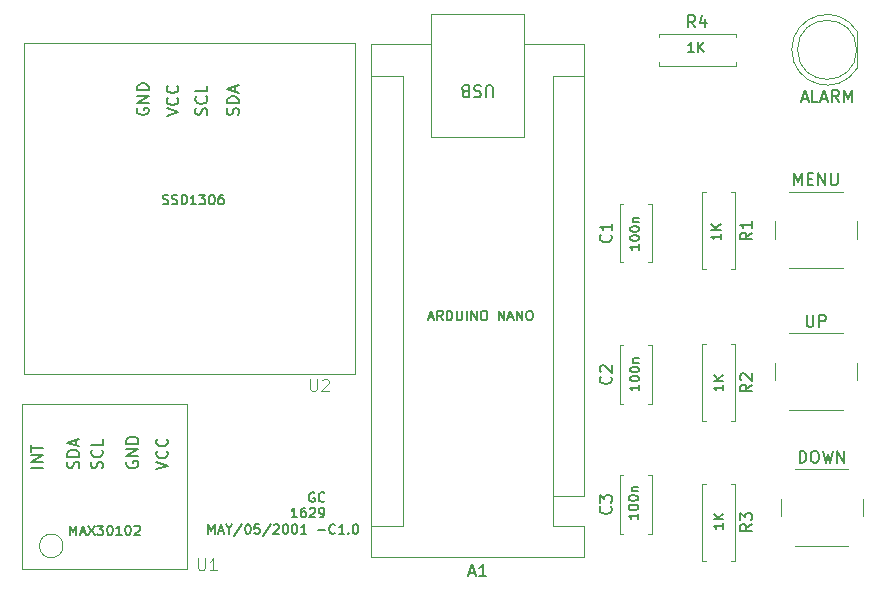
<source format=gto>
G04 #@! TF.GenerationSoftware,KiCad,Pcbnew,8.0.6*
G04 #@! TF.CreationDate,2024-11-23T14:24:09+05:30*
G04 #@! TF.ProjectId,p1,70312e6b-6963-4616-945f-706362585858,rev?*
G04 #@! TF.SameCoordinates,Original*
G04 #@! TF.FileFunction,Legend,Top*
G04 #@! TF.FilePolarity,Positive*
%FSLAX46Y46*%
G04 Gerber Fmt 4.6, Leading zero omitted, Abs format (unit mm)*
G04 Created by KiCad (PCBNEW 8.0.6) date 2024-11-23 14:24:09*
%MOMM*%
%LPD*%
G01*
G04 APERTURE LIST*
%ADD10C,0.152400*%
%ADD11C,0.162560*%
%ADD12C,0.100000*%
%ADD13C,0.150000*%
%ADD14C,0.120000*%
%ADD15R,1.524000X1.524000*%
%ADD16C,1.524000*%
%ADD17C,2.000000*%
%ADD18C,1.600000*%
%ADD19O,1.600000X1.600000*%
%ADD20R,1.800000X1.800000*%
%ADD21C,1.800000*%
%ADD22R,1.600000X1.600000*%
G04 APERTURE END LIST*
D10*
X100793596Y-107992701D02*
X100793596Y-107180701D01*
X100793596Y-107180701D02*
X101064263Y-107760701D01*
X101064263Y-107760701D02*
X101334929Y-107180701D01*
X101334929Y-107180701D02*
X101334929Y-107992701D01*
X101682929Y-107760701D02*
X102069596Y-107760701D01*
X101605596Y-107992701D02*
X101876263Y-107180701D01*
X101876263Y-107180701D02*
X102146929Y-107992701D01*
X102572263Y-107606035D02*
X102572263Y-107992701D01*
X102301596Y-107180701D02*
X102572263Y-107606035D01*
X102572263Y-107606035D02*
X102842929Y-107180701D01*
X103693596Y-107142035D02*
X102997596Y-108186035D01*
X104118930Y-107180701D02*
X104196263Y-107180701D01*
X104196263Y-107180701D02*
X104273596Y-107219368D01*
X104273596Y-107219368D02*
X104312263Y-107258035D01*
X104312263Y-107258035D02*
X104350930Y-107335368D01*
X104350930Y-107335368D02*
X104389596Y-107490035D01*
X104389596Y-107490035D02*
X104389596Y-107683368D01*
X104389596Y-107683368D02*
X104350930Y-107838035D01*
X104350930Y-107838035D02*
X104312263Y-107915368D01*
X104312263Y-107915368D02*
X104273596Y-107954035D01*
X104273596Y-107954035D02*
X104196263Y-107992701D01*
X104196263Y-107992701D02*
X104118930Y-107992701D01*
X104118930Y-107992701D02*
X104041596Y-107954035D01*
X104041596Y-107954035D02*
X104002930Y-107915368D01*
X104002930Y-107915368D02*
X103964263Y-107838035D01*
X103964263Y-107838035D02*
X103925596Y-107683368D01*
X103925596Y-107683368D02*
X103925596Y-107490035D01*
X103925596Y-107490035D02*
X103964263Y-107335368D01*
X103964263Y-107335368D02*
X104002930Y-107258035D01*
X104002930Y-107258035D02*
X104041596Y-107219368D01*
X104041596Y-107219368D02*
X104118930Y-107180701D01*
X105124263Y-107180701D02*
X104737596Y-107180701D01*
X104737596Y-107180701D02*
X104698929Y-107567368D01*
X104698929Y-107567368D02*
X104737596Y-107528701D01*
X104737596Y-107528701D02*
X104814929Y-107490035D01*
X104814929Y-107490035D02*
X105008263Y-107490035D01*
X105008263Y-107490035D02*
X105085596Y-107528701D01*
X105085596Y-107528701D02*
X105124263Y-107567368D01*
X105124263Y-107567368D02*
X105162929Y-107644701D01*
X105162929Y-107644701D02*
X105162929Y-107838035D01*
X105162929Y-107838035D02*
X105124263Y-107915368D01*
X105124263Y-107915368D02*
X105085596Y-107954035D01*
X105085596Y-107954035D02*
X105008263Y-107992701D01*
X105008263Y-107992701D02*
X104814929Y-107992701D01*
X104814929Y-107992701D02*
X104737596Y-107954035D01*
X104737596Y-107954035D02*
X104698929Y-107915368D01*
X106090929Y-107142035D02*
X105394929Y-108186035D01*
X106322929Y-107258035D02*
X106361596Y-107219368D01*
X106361596Y-107219368D02*
X106438929Y-107180701D01*
X106438929Y-107180701D02*
X106632263Y-107180701D01*
X106632263Y-107180701D02*
X106709596Y-107219368D01*
X106709596Y-107219368D02*
X106748263Y-107258035D01*
X106748263Y-107258035D02*
X106786929Y-107335368D01*
X106786929Y-107335368D02*
X106786929Y-107412701D01*
X106786929Y-107412701D02*
X106748263Y-107528701D01*
X106748263Y-107528701D02*
X106284263Y-107992701D01*
X106284263Y-107992701D02*
X106786929Y-107992701D01*
X107289596Y-107180701D02*
X107366929Y-107180701D01*
X107366929Y-107180701D02*
X107444262Y-107219368D01*
X107444262Y-107219368D02*
X107482929Y-107258035D01*
X107482929Y-107258035D02*
X107521596Y-107335368D01*
X107521596Y-107335368D02*
X107560262Y-107490035D01*
X107560262Y-107490035D02*
X107560262Y-107683368D01*
X107560262Y-107683368D02*
X107521596Y-107838035D01*
X107521596Y-107838035D02*
X107482929Y-107915368D01*
X107482929Y-107915368D02*
X107444262Y-107954035D01*
X107444262Y-107954035D02*
X107366929Y-107992701D01*
X107366929Y-107992701D02*
X107289596Y-107992701D01*
X107289596Y-107992701D02*
X107212262Y-107954035D01*
X107212262Y-107954035D02*
X107173596Y-107915368D01*
X107173596Y-107915368D02*
X107134929Y-107838035D01*
X107134929Y-107838035D02*
X107096262Y-107683368D01*
X107096262Y-107683368D02*
X107096262Y-107490035D01*
X107096262Y-107490035D02*
X107134929Y-107335368D01*
X107134929Y-107335368D02*
X107173596Y-107258035D01*
X107173596Y-107258035D02*
X107212262Y-107219368D01*
X107212262Y-107219368D02*
X107289596Y-107180701D01*
X108062929Y-107180701D02*
X108140262Y-107180701D01*
X108140262Y-107180701D02*
X108217595Y-107219368D01*
X108217595Y-107219368D02*
X108256262Y-107258035D01*
X108256262Y-107258035D02*
X108294929Y-107335368D01*
X108294929Y-107335368D02*
X108333595Y-107490035D01*
X108333595Y-107490035D02*
X108333595Y-107683368D01*
X108333595Y-107683368D02*
X108294929Y-107838035D01*
X108294929Y-107838035D02*
X108256262Y-107915368D01*
X108256262Y-107915368D02*
X108217595Y-107954035D01*
X108217595Y-107954035D02*
X108140262Y-107992701D01*
X108140262Y-107992701D02*
X108062929Y-107992701D01*
X108062929Y-107992701D02*
X107985595Y-107954035D01*
X107985595Y-107954035D02*
X107946929Y-107915368D01*
X107946929Y-107915368D02*
X107908262Y-107838035D01*
X107908262Y-107838035D02*
X107869595Y-107683368D01*
X107869595Y-107683368D02*
X107869595Y-107490035D01*
X107869595Y-107490035D02*
X107908262Y-107335368D01*
X107908262Y-107335368D02*
X107946929Y-107258035D01*
X107946929Y-107258035D02*
X107985595Y-107219368D01*
X107985595Y-107219368D02*
X108062929Y-107180701D01*
X109106928Y-107992701D02*
X108642928Y-107992701D01*
X108874928Y-107992701D02*
X108874928Y-107180701D01*
X108874928Y-107180701D02*
X108797595Y-107296701D01*
X108797595Y-107296701D02*
X108720262Y-107374035D01*
X108720262Y-107374035D02*
X108642928Y-107412701D01*
X110073595Y-107683368D02*
X110692262Y-107683368D01*
X111542928Y-107915368D02*
X111504261Y-107954035D01*
X111504261Y-107954035D02*
X111388261Y-107992701D01*
X111388261Y-107992701D02*
X111310928Y-107992701D01*
X111310928Y-107992701D02*
X111194928Y-107954035D01*
X111194928Y-107954035D02*
X111117595Y-107876701D01*
X111117595Y-107876701D02*
X111078928Y-107799368D01*
X111078928Y-107799368D02*
X111040261Y-107644701D01*
X111040261Y-107644701D02*
X111040261Y-107528701D01*
X111040261Y-107528701D02*
X111078928Y-107374035D01*
X111078928Y-107374035D02*
X111117595Y-107296701D01*
X111117595Y-107296701D02*
X111194928Y-107219368D01*
X111194928Y-107219368D02*
X111310928Y-107180701D01*
X111310928Y-107180701D02*
X111388261Y-107180701D01*
X111388261Y-107180701D02*
X111504261Y-107219368D01*
X111504261Y-107219368D02*
X111542928Y-107258035D01*
X112316261Y-107992701D02*
X111852261Y-107992701D01*
X112084261Y-107992701D02*
X112084261Y-107180701D01*
X112084261Y-107180701D02*
X112006928Y-107296701D01*
X112006928Y-107296701D02*
X111929595Y-107374035D01*
X111929595Y-107374035D02*
X111852261Y-107412701D01*
X112664261Y-107915368D02*
X112702928Y-107954035D01*
X112702928Y-107954035D02*
X112664261Y-107992701D01*
X112664261Y-107992701D02*
X112625594Y-107954035D01*
X112625594Y-107954035D02*
X112664261Y-107915368D01*
X112664261Y-107915368D02*
X112664261Y-107992701D01*
X113205595Y-107180701D02*
X113282928Y-107180701D01*
X113282928Y-107180701D02*
X113360261Y-107219368D01*
X113360261Y-107219368D02*
X113398928Y-107258035D01*
X113398928Y-107258035D02*
X113437595Y-107335368D01*
X113437595Y-107335368D02*
X113476261Y-107490035D01*
X113476261Y-107490035D02*
X113476261Y-107683368D01*
X113476261Y-107683368D02*
X113437595Y-107838035D01*
X113437595Y-107838035D02*
X113398928Y-107915368D01*
X113398928Y-107915368D02*
X113360261Y-107954035D01*
X113360261Y-107954035D02*
X113282928Y-107992701D01*
X113282928Y-107992701D02*
X113205595Y-107992701D01*
X113205595Y-107992701D02*
X113128261Y-107954035D01*
X113128261Y-107954035D02*
X113089595Y-107915368D01*
X113089595Y-107915368D02*
X113050928Y-107838035D01*
X113050928Y-107838035D02*
X113012261Y-107683368D01*
X113012261Y-107683368D02*
X113012261Y-107490035D01*
X113012261Y-107490035D02*
X113050928Y-107335368D01*
X113050928Y-107335368D02*
X113089595Y-107258035D01*
X113089595Y-107258035D02*
X113128261Y-107219368D01*
X113128261Y-107219368D02*
X113205595Y-107180701D01*
D11*
X109786729Y-104509417D02*
X109709319Y-104470712D01*
X109709319Y-104470712D02*
X109593205Y-104470712D01*
X109593205Y-104470712D02*
X109477091Y-104509417D01*
X109477091Y-104509417D02*
X109399681Y-104586827D01*
X109399681Y-104586827D02*
X109360976Y-104664236D01*
X109360976Y-104664236D02*
X109322272Y-104819055D01*
X109322272Y-104819055D02*
X109322272Y-104935169D01*
X109322272Y-104935169D02*
X109360976Y-105089988D01*
X109360976Y-105089988D02*
X109399681Y-105167398D01*
X109399681Y-105167398D02*
X109477091Y-105244808D01*
X109477091Y-105244808D02*
X109593205Y-105283512D01*
X109593205Y-105283512D02*
X109670614Y-105283512D01*
X109670614Y-105283512D02*
X109786729Y-105244808D01*
X109786729Y-105244808D02*
X109825433Y-105206103D01*
X109825433Y-105206103D02*
X109825433Y-104935169D01*
X109825433Y-104935169D02*
X109670614Y-104935169D01*
X110638233Y-105206103D02*
X110599529Y-105244808D01*
X110599529Y-105244808D02*
X110483414Y-105283512D01*
X110483414Y-105283512D02*
X110406005Y-105283512D01*
X110406005Y-105283512D02*
X110289891Y-105244808D01*
X110289891Y-105244808D02*
X110212481Y-105167398D01*
X110212481Y-105167398D02*
X110173776Y-105089988D01*
X110173776Y-105089988D02*
X110135072Y-104935169D01*
X110135072Y-104935169D02*
X110135072Y-104819055D01*
X110135072Y-104819055D02*
X110173776Y-104664236D01*
X110173776Y-104664236D02*
X110212481Y-104586827D01*
X110212481Y-104586827D02*
X110289891Y-104509417D01*
X110289891Y-104509417D02*
X110406005Y-104470712D01*
X110406005Y-104470712D02*
X110483414Y-104470712D01*
X110483414Y-104470712D02*
X110599529Y-104509417D01*
X110599529Y-104509417D02*
X110638233Y-104548122D01*
X108315949Y-106592074D02*
X107851492Y-106592074D01*
X108083720Y-106592074D02*
X108083720Y-105779274D01*
X108083720Y-105779274D02*
X108006311Y-105895389D01*
X108006311Y-105895389D02*
X107928901Y-105972798D01*
X107928901Y-105972798D02*
X107851492Y-106011503D01*
X109012634Y-105779274D02*
X108857815Y-105779274D01*
X108857815Y-105779274D02*
X108780406Y-105817979D01*
X108780406Y-105817979D02*
X108741701Y-105856684D01*
X108741701Y-105856684D02*
X108664291Y-105972798D01*
X108664291Y-105972798D02*
X108625587Y-106127617D01*
X108625587Y-106127617D02*
X108625587Y-106437255D01*
X108625587Y-106437255D02*
X108664291Y-106514665D01*
X108664291Y-106514665D02*
X108702996Y-106553370D01*
X108702996Y-106553370D02*
X108780406Y-106592074D01*
X108780406Y-106592074D02*
X108935225Y-106592074D01*
X108935225Y-106592074D02*
X109012634Y-106553370D01*
X109012634Y-106553370D02*
X109051339Y-106514665D01*
X109051339Y-106514665D02*
X109090044Y-106437255D01*
X109090044Y-106437255D02*
X109090044Y-106243731D01*
X109090044Y-106243731D02*
X109051339Y-106166322D01*
X109051339Y-106166322D02*
X109012634Y-106127617D01*
X109012634Y-106127617D02*
X108935225Y-106088912D01*
X108935225Y-106088912D02*
X108780406Y-106088912D01*
X108780406Y-106088912D02*
X108702996Y-106127617D01*
X108702996Y-106127617D02*
X108664291Y-106166322D01*
X108664291Y-106166322D02*
X108625587Y-106243731D01*
X109399682Y-105856684D02*
X109438386Y-105817979D01*
X109438386Y-105817979D02*
X109515796Y-105779274D01*
X109515796Y-105779274D02*
X109709320Y-105779274D01*
X109709320Y-105779274D02*
X109786729Y-105817979D01*
X109786729Y-105817979D02*
X109825434Y-105856684D01*
X109825434Y-105856684D02*
X109864139Y-105934093D01*
X109864139Y-105934093D02*
X109864139Y-106011503D01*
X109864139Y-106011503D02*
X109825434Y-106127617D01*
X109825434Y-106127617D02*
X109360977Y-106592074D01*
X109360977Y-106592074D02*
X109864139Y-106592074D01*
X110251186Y-106592074D02*
X110406005Y-106592074D01*
X110406005Y-106592074D02*
X110483415Y-106553370D01*
X110483415Y-106553370D02*
X110522119Y-106514665D01*
X110522119Y-106514665D02*
X110599529Y-106398550D01*
X110599529Y-106398550D02*
X110638234Y-106243731D01*
X110638234Y-106243731D02*
X110638234Y-105934093D01*
X110638234Y-105934093D02*
X110599529Y-105856684D01*
X110599529Y-105856684D02*
X110560824Y-105817979D01*
X110560824Y-105817979D02*
X110483415Y-105779274D01*
X110483415Y-105779274D02*
X110328596Y-105779274D01*
X110328596Y-105779274D02*
X110251186Y-105817979D01*
X110251186Y-105817979D02*
X110212481Y-105856684D01*
X110212481Y-105856684D02*
X110173777Y-105934093D01*
X110173777Y-105934093D02*
X110173777Y-106127617D01*
X110173777Y-106127617D02*
X110212481Y-106205027D01*
X110212481Y-106205027D02*
X110251186Y-106243731D01*
X110251186Y-106243731D02*
X110328596Y-106282436D01*
X110328596Y-106282436D02*
X110483415Y-106282436D01*
X110483415Y-106282436D02*
X110560824Y-106243731D01*
X110560824Y-106243731D02*
X110599529Y-106205027D01*
X110599529Y-106205027D02*
X110638234Y-106127617D01*
D10*
X137292603Y-83480460D02*
X137292603Y-83944917D01*
X137292603Y-83712689D02*
X136479803Y-83712689D01*
X136479803Y-83712689D02*
X136595918Y-83790098D01*
X136595918Y-83790098D02*
X136673327Y-83867508D01*
X136673327Y-83867508D02*
X136712032Y-83944917D01*
X136479803Y-82977299D02*
X136479803Y-82899889D01*
X136479803Y-82899889D02*
X136518508Y-82822480D01*
X136518508Y-82822480D02*
X136557213Y-82783775D01*
X136557213Y-82783775D02*
X136634622Y-82745070D01*
X136634622Y-82745070D02*
X136789441Y-82706365D01*
X136789441Y-82706365D02*
X136982965Y-82706365D01*
X136982965Y-82706365D02*
X137137784Y-82745070D01*
X137137784Y-82745070D02*
X137215194Y-82783775D01*
X137215194Y-82783775D02*
X137253899Y-82822480D01*
X137253899Y-82822480D02*
X137292603Y-82899889D01*
X137292603Y-82899889D02*
X137292603Y-82977299D01*
X137292603Y-82977299D02*
X137253899Y-83054708D01*
X137253899Y-83054708D02*
X137215194Y-83093413D01*
X137215194Y-83093413D02*
X137137784Y-83132118D01*
X137137784Y-83132118D02*
X136982965Y-83170822D01*
X136982965Y-83170822D02*
X136789441Y-83170822D01*
X136789441Y-83170822D02*
X136634622Y-83132118D01*
X136634622Y-83132118D02*
X136557213Y-83093413D01*
X136557213Y-83093413D02*
X136518508Y-83054708D01*
X136518508Y-83054708D02*
X136479803Y-82977299D01*
X136479803Y-82203204D02*
X136479803Y-82125794D01*
X136479803Y-82125794D02*
X136518508Y-82048385D01*
X136518508Y-82048385D02*
X136557213Y-82009680D01*
X136557213Y-82009680D02*
X136634622Y-81970975D01*
X136634622Y-81970975D02*
X136789441Y-81932270D01*
X136789441Y-81932270D02*
X136982965Y-81932270D01*
X136982965Y-81932270D02*
X137137784Y-81970975D01*
X137137784Y-81970975D02*
X137215194Y-82009680D01*
X137215194Y-82009680D02*
X137253899Y-82048385D01*
X137253899Y-82048385D02*
X137292603Y-82125794D01*
X137292603Y-82125794D02*
X137292603Y-82203204D01*
X137292603Y-82203204D02*
X137253899Y-82280613D01*
X137253899Y-82280613D02*
X137215194Y-82319318D01*
X137215194Y-82319318D02*
X137137784Y-82358023D01*
X137137784Y-82358023D02*
X136982965Y-82396727D01*
X136982965Y-82396727D02*
X136789441Y-82396727D01*
X136789441Y-82396727D02*
X136634622Y-82358023D01*
X136634622Y-82358023D02*
X136557213Y-82319318D01*
X136557213Y-82319318D02*
X136518508Y-82280613D01*
X136518508Y-82280613D02*
X136479803Y-82203204D01*
X136750737Y-81583928D02*
X137292603Y-81583928D01*
X136828146Y-81583928D02*
X136789441Y-81545223D01*
X136789441Y-81545223D02*
X136750737Y-81467813D01*
X136750737Y-81467813D02*
X136750737Y-81351699D01*
X136750737Y-81351699D02*
X136789441Y-81274290D01*
X136789441Y-81274290D02*
X136866851Y-81235585D01*
X136866851Y-81235585D02*
X137292603Y-81235585D01*
X137292603Y-95380460D02*
X137292603Y-95844917D01*
X137292603Y-95612689D02*
X136479803Y-95612689D01*
X136479803Y-95612689D02*
X136595918Y-95690098D01*
X136595918Y-95690098D02*
X136673327Y-95767508D01*
X136673327Y-95767508D02*
X136712032Y-95844917D01*
X136479803Y-94877299D02*
X136479803Y-94799889D01*
X136479803Y-94799889D02*
X136518508Y-94722480D01*
X136518508Y-94722480D02*
X136557213Y-94683775D01*
X136557213Y-94683775D02*
X136634622Y-94645070D01*
X136634622Y-94645070D02*
X136789441Y-94606365D01*
X136789441Y-94606365D02*
X136982965Y-94606365D01*
X136982965Y-94606365D02*
X137137784Y-94645070D01*
X137137784Y-94645070D02*
X137215194Y-94683775D01*
X137215194Y-94683775D02*
X137253899Y-94722480D01*
X137253899Y-94722480D02*
X137292603Y-94799889D01*
X137292603Y-94799889D02*
X137292603Y-94877299D01*
X137292603Y-94877299D02*
X137253899Y-94954708D01*
X137253899Y-94954708D02*
X137215194Y-94993413D01*
X137215194Y-94993413D02*
X137137784Y-95032118D01*
X137137784Y-95032118D02*
X136982965Y-95070822D01*
X136982965Y-95070822D02*
X136789441Y-95070822D01*
X136789441Y-95070822D02*
X136634622Y-95032118D01*
X136634622Y-95032118D02*
X136557213Y-94993413D01*
X136557213Y-94993413D02*
X136518508Y-94954708D01*
X136518508Y-94954708D02*
X136479803Y-94877299D01*
X136479803Y-94103204D02*
X136479803Y-94025794D01*
X136479803Y-94025794D02*
X136518508Y-93948385D01*
X136518508Y-93948385D02*
X136557213Y-93909680D01*
X136557213Y-93909680D02*
X136634622Y-93870975D01*
X136634622Y-93870975D02*
X136789441Y-93832270D01*
X136789441Y-93832270D02*
X136982965Y-93832270D01*
X136982965Y-93832270D02*
X137137784Y-93870975D01*
X137137784Y-93870975D02*
X137215194Y-93909680D01*
X137215194Y-93909680D02*
X137253899Y-93948385D01*
X137253899Y-93948385D02*
X137292603Y-94025794D01*
X137292603Y-94025794D02*
X137292603Y-94103204D01*
X137292603Y-94103204D02*
X137253899Y-94180613D01*
X137253899Y-94180613D02*
X137215194Y-94219318D01*
X137215194Y-94219318D02*
X137137784Y-94258023D01*
X137137784Y-94258023D02*
X136982965Y-94296727D01*
X136982965Y-94296727D02*
X136789441Y-94296727D01*
X136789441Y-94296727D02*
X136634622Y-94258023D01*
X136634622Y-94258023D02*
X136557213Y-94219318D01*
X136557213Y-94219318D02*
X136518508Y-94180613D01*
X136518508Y-94180613D02*
X136479803Y-94103204D01*
X136750737Y-93483928D02*
X137292603Y-93483928D01*
X136828146Y-93483928D02*
X136789441Y-93445223D01*
X136789441Y-93445223D02*
X136750737Y-93367813D01*
X136750737Y-93367813D02*
X136750737Y-93251699D01*
X136750737Y-93251699D02*
X136789441Y-93174290D01*
X136789441Y-93174290D02*
X136866851Y-93135585D01*
X136866851Y-93135585D02*
X137292603Y-93135585D01*
X137192603Y-106280460D02*
X137192603Y-106744917D01*
X137192603Y-106512689D02*
X136379803Y-106512689D01*
X136379803Y-106512689D02*
X136495918Y-106590098D01*
X136495918Y-106590098D02*
X136573327Y-106667508D01*
X136573327Y-106667508D02*
X136612032Y-106744917D01*
X136379803Y-105777299D02*
X136379803Y-105699889D01*
X136379803Y-105699889D02*
X136418508Y-105622480D01*
X136418508Y-105622480D02*
X136457213Y-105583775D01*
X136457213Y-105583775D02*
X136534622Y-105545070D01*
X136534622Y-105545070D02*
X136689441Y-105506365D01*
X136689441Y-105506365D02*
X136882965Y-105506365D01*
X136882965Y-105506365D02*
X137037784Y-105545070D01*
X137037784Y-105545070D02*
X137115194Y-105583775D01*
X137115194Y-105583775D02*
X137153899Y-105622480D01*
X137153899Y-105622480D02*
X137192603Y-105699889D01*
X137192603Y-105699889D02*
X137192603Y-105777299D01*
X137192603Y-105777299D02*
X137153899Y-105854708D01*
X137153899Y-105854708D02*
X137115194Y-105893413D01*
X137115194Y-105893413D02*
X137037784Y-105932118D01*
X137037784Y-105932118D02*
X136882965Y-105970822D01*
X136882965Y-105970822D02*
X136689441Y-105970822D01*
X136689441Y-105970822D02*
X136534622Y-105932118D01*
X136534622Y-105932118D02*
X136457213Y-105893413D01*
X136457213Y-105893413D02*
X136418508Y-105854708D01*
X136418508Y-105854708D02*
X136379803Y-105777299D01*
X136379803Y-105003204D02*
X136379803Y-104925794D01*
X136379803Y-104925794D02*
X136418508Y-104848385D01*
X136418508Y-104848385D02*
X136457213Y-104809680D01*
X136457213Y-104809680D02*
X136534622Y-104770975D01*
X136534622Y-104770975D02*
X136689441Y-104732270D01*
X136689441Y-104732270D02*
X136882965Y-104732270D01*
X136882965Y-104732270D02*
X137037784Y-104770975D01*
X137037784Y-104770975D02*
X137115194Y-104809680D01*
X137115194Y-104809680D02*
X137153899Y-104848385D01*
X137153899Y-104848385D02*
X137192603Y-104925794D01*
X137192603Y-104925794D02*
X137192603Y-105003204D01*
X137192603Y-105003204D02*
X137153899Y-105080613D01*
X137153899Y-105080613D02*
X137115194Y-105119318D01*
X137115194Y-105119318D02*
X137037784Y-105158023D01*
X137037784Y-105158023D02*
X136882965Y-105196727D01*
X136882965Y-105196727D02*
X136689441Y-105196727D01*
X136689441Y-105196727D02*
X136534622Y-105158023D01*
X136534622Y-105158023D02*
X136457213Y-105119318D01*
X136457213Y-105119318D02*
X136418508Y-105080613D01*
X136418508Y-105080613D02*
X136379803Y-105003204D01*
X136650737Y-104383928D02*
X137192603Y-104383928D01*
X136728146Y-104383928D02*
X136689441Y-104345223D01*
X136689441Y-104345223D02*
X136650737Y-104267813D01*
X136650737Y-104267813D02*
X136650737Y-104151699D01*
X136650737Y-104151699D02*
X136689441Y-104074290D01*
X136689441Y-104074290D02*
X136766851Y-104035585D01*
X136766851Y-104035585D02*
X137192603Y-104035585D01*
X144392603Y-107080460D02*
X144392603Y-107544917D01*
X144392603Y-107312689D02*
X143579803Y-107312689D01*
X143579803Y-107312689D02*
X143695918Y-107390098D01*
X143695918Y-107390098D02*
X143773327Y-107467508D01*
X143773327Y-107467508D02*
X143812032Y-107544917D01*
X144392603Y-106732118D02*
X143579803Y-106732118D01*
X144392603Y-106267661D02*
X143928146Y-106616003D01*
X143579803Y-106267661D02*
X144044260Y-106732118D01*
X144392603Y-95380460D02*
X144392603Y-95844917D01*
X144392603Y-95612689D02*
X143579803Y-95612689D01*
X143579803Y-95612689D02*
X143695918Y-95690098D01*
X143695918Y-95690098D02*
X143773327Y-95767508D01*
X143773327Y-95767508D02*
X143812032Y-95844917D01*
X144392603Y-95032118D02*
X143579803Y-95032118D01*
X144392603Y-94567661D02*
X143928146Y-94916003D01*
X143579803Y-94567661D02*
X144044260Y-95032118D01*
X144192603Y-82580460D02*
X144192603Y-83044917D01*
X144192603Y-82812689D02*
X143379803Y-82812689D01*
X143379803Y-82812689D02*
X143495918Y-82890098D01*
X143495918Y-82890098D02*
X143573327Y-82967508D01*
X143573327Y-82967508D02*
X143612032Y-83044917D01*
X144192603Y-82232118D02*
X143379803Y-82232118D01*
X144192603Y-81767661D02*
X143728146Y-82116003D01*
X143379803Y-81767661D02*
X143844260Y-82232118D01*
X141919539Y-67192603D02*
X141455082Y-67192603D01*
X141687310Y-67192603D02*
X141687310Y-66379803D01*
X141687310Y-66379803D02*
X141609901Y-66495918D01*
X141609901Y-66495918D02*
X141532491Y-66573327D01*
X141532491Y-66573327D02*
X141455082Y-66612032D01*
X142267881Y-67192603D02*
X142267881Y-66379803D01*
X142732338Y-67192603D02*
X142383996Y-66728146D01*
X142732338Y-66379803D02*
X142267881Y-66844260D01*
X89093786Y-108092603D02*
X89093786Y-107279803D01*
X89093786Y-107279803D02*
X89364720Y-107860375D01*
X89364720Y-107860375D02*
X89635653Y-107279803D01*
X89635653Y-107279803D02*
X89635653Y-108092603D01*
X89983996Y-107860375D02*
X90371043Y-107860375D01*
X89906586Y-108092603D02*
X90177519Y-107279803D01*
X90177519Y-107279803D02*
X90448453Y-108092603D01*
X90641977Y-107279803D02*
X91183843Y-108092603D01*
X91183843Y-107279803D02*
X90641977Y-108092603D01*
X91416072Y-107279803D02*
X91919234Y-107279803D01*
X91919234Y-107279803D02*
X91648300Y-107589441D01*
X91648300Y-107589441D02*
X91764415Y-107589441D01*
X91764415Y-107589441D02*
X91841824Y-107628146D01*
X91841824Y-107628146D02*
X91880529Y-107666851D01*
X91880529Y-107666851D02*
X91919234Y-107744260D01*
X91919234Y-107744260D02*
X91919234Y-107937784D01*
X91919234Y-107937784D02*
X91880529Y-108015194D01*
X91880529Y-108015194D02*
X91841824Y-108053899D01*
X91841824Y-108053899D02*
X91764415Y-108092603D01*
X91764415Y-108092603D02*
X91532186Y-108092603D01*
X91532186Y-108092603D02*
X91454777Y-108053899D01*
X91454777Y-108053899D02*
X91416072Y-108015194D01*
X92422395Y-107279803D02*
X92499805Y-107279803D01*
X92499805Y-107279803D02*
X92577214Y-107318508D01*
X92577214Y-107318508D02*
X92615919Y-107357213D01*
X92615919Y-107357213D02*
X92654624Y-107434622D01*
X92654624Y-107434622D02*
X92693329Y-107589441D01*
X92693329Y-107589441D02*
X92693329Y-107782965D01*
X92693329Y-107782965D02*
X92654624Y-107937784D01*
X92654624Y-107937784D02*
X92615919Y-108015194D01*
X92615919Y-108015194D02*
X92577214Y-108053899D01*
X92577214Y-108053899D02*
X92499805Y-108092603D01*
X92499805Y-108092603D02*
X92422395Y-108092603D01*
X92422395Y-108092603D02*
X92344986Y-108053899D01*
X92344986Y-108053899D02*
X92306281Y-108015194D01*
X92306281Y-108015194D02*
X92267576Y-107937784D01*
X92267576Y-107937784D02*
X92228872Y-107782965D01*
X92228872Y-107782965D02*
X92228872Y-107589441D01*
X92228872Y-107589441D02*
X92267576Y-107434622D01*
X92267576Y-107434622D02*
X92306281Y-107357213D01*
X92306281Y-107357213D02*
X92344986Y-107318508D01*
X92344986Y-107318508D02*
X92422395Y-107279803D01*
X93467424Y-108092603D02*
X93002967Y-108092603D01*
X93235195Y-108092603D02*
X93235195Y-107279803D01*
X93235195Y-107279803D02*
X93157786Y-107395918D01*
X93157786Y-107395918D02*
X93080376Y-107473327D01*
X93080376Y-107473327D02*
X93002967Y-107512032D01*
X93970585Y-107279803D02*
X94047995Y-107279803D01*
X94047995Y-107279803D02*
X94125404Y-107318508D01*
X94125404Y-107318508D02*
X94164109Y-107357213D01*
X94164109Y-107357213D02*
X94202814Y-107434622D01*
X94202814Y-107434622D02*
X94241519Y-107589441D01*
X94241519Y-107589441D02*
X94241519Y-107782965D01*
X94241519Y-107782965D02*
X94202814Y-107937784D01*
X94202814Y-107937784D02*
X94164109Y-108015194D01*
X94164109Y-108015194D02*
X94125404Y-108053899D01*
X94125404Y-108053899D02*
X94047995Y-108092603D01*
X94047995Y-108092603D02*
X93970585Y-108092603D01*
X93970585Y-108092603D02*
X93893176Y-108053899D01*
X93893176Y-108053899D02*
X93854471Y-108015194D01*
X93854471Y-108015194D02*
X93815766Y-107937784D01*
X93815766Y-107937784D02*
X93777062Y-107782965D01*
X93777062Y-107782965D02*
X93777062Y-107589441D01*
X93777062Y-107589441D02*
X93815766Y-107434622D01*
X93815766Y-107434622D02*
X93854471Y-107357213D01*
X93854471Y-107357213D02*
X93893176Y-107318508D01*
X93893176Y-107318508D02*
X93970585Y-107279803D01*
X94551157Y-107357213D02*
X94589861Y-107318508D01*
X94589861Y-107318508D02*
X94667271Y-107279803D01*
X94667271Y-107279803D02*
X94860795Y-107279803D01*
X94860795Y-107279803D02*
X94938204Y-107318508D01*
X94938204Y-107318508D02*
X94976909Y-107357213D01*
X94976909Y-107357213D02*
X95015614Y-107434622D01*
X95015614Y-107434622D02*
X95015614Y-107512032D01*
X95015614Y-107512032D02*
X94976909Y-107628146D01*
X94976909Y-107628146D02*
X94512452Y-108092603D01*
X94512452Y-108092603D02*
X95015614Y-108092603D01*
X96955082Y-80053899D02*
X97071196Y-80092603D01*
X97071196Y-80092603D02*
X97264720Y-80092603D01*
X97264720Y-80092603D02*
X97342129Y-80053899D01*
X97342129Y-80053899D02*
X97380834Y-80015194D01*
X97380834Y-80015194D02*
X97419539Y-79937784D01*
X97419539Y-79937784D02*
X97419539Y-79860375D01*
X97419539Y-79860375D02*
X97380834Y-79782965D01*
X97380834Y-79782965D02*
X97342129Y-79744260D01*
X97342129Y-79744260D02*
X97264720Y-79705556D01*
X97264720Y-79705556D02*
X97109901Y-79666851D01*
X97109901Y-79666851D02*
X97032491Y-79628146D01*
X97032491Y-79628146D02*
X96993786Y-79589441D01*
X96993786Y-79589441D02*
X96955082Y-79512032D01*
X96955082Y-79512032D02*
X96955082Y-79434622D01*
X96955082Y-79434622D02*
X96993786Y-79357213D01*
X96993786Y-79357213D02*
X97032491Y-79318508D01*
X97032491Y-79318508D02*
X97109901Y-79279803D01*
X97109901Y-79279803D02*
X97303424Y-79279803D01*
X97303424Y-79279803D02*
X97419539Y-79318508D01*
X97729177Y-80053899D02*
X97845291Y-80092603D01*
X97845291Y-80092603D02*
X98038815Y-80092603D01*
X98038815Y-80092603D02*
X98116224Y-80053899D01*
X98116224Y-80053899D02*
X98154929Y-80015194D01*
X98154929Y-80015194D02*
X98193634Y-79937784D01*
X98193634Y-79937784D02*
X98193634Y-79860375D01*
X98193634Y-79860375D02*
X98154929Y-79782965D01*
X98154929Y-79782965D02*
X98116224Y-79744260D01*
X98116224Y-79744260D02*
X98038815Y-79705556D01*
X98038815Y-79705556D02*
X97883996Y-79666851D01*
X97883996Y-79666851D02*
X97806586Y-79628146D01*
X97806586Y-79628146D02*
X97767881Y-79589441D01*
X97767881Y-79589441D02*
X97729177Y-79512032D01*
X97729177Y-79512032D02*
X97729177Y-79434622D01*
X97729177Y-79434622D02*
X97767881Y-79357213D01*
X97767881Y-79357213D02*
X97806586Y-79318508D01*
X97806586Y-79318508D02*
X97883996Y-79279803D01*
X97883996Y-79279803D02*
X98077519Y-79279803D01*
X98077519Y-79279803D02*
X98193634Y-79318508D01*
X98541976Y-80092603D02*
X98541976Y-79279803D01*
X98541976Y-79279803D02*
X98735500Y-79279803D01*
X98735500Y-79279803D02*
X98851614Y-79318508D01*
X98851614Y-79318508D02*
X98929024Y-79395918D01*
X98929024Y-79395918D02*
X98967729Y-79473327D01*
X98967729Y-79473327D02*
X99006433Y-79628146D01*
X99006433Y-79628146D02*
X99006433Y-79744260D01*
X99006433Y-79744260D02*
X98967729Y-79899079D01*
X98967729Y-79899079D02*
X98929024Y-79976489D01*
X98929024Y-79976489D02*
X98851614Y-80053899D01*
X98851614Y-80053899D02*
X98735500Y-80092603D01*
X98735500Y-80092603D02*
X98541976Y-80092603D01*
X99780529Y-80092603D02*
X99316072Y-80092603D01*
X99548300Y-80092603D02*
X99548300Y-79279803D01*
X99548300Y-79279803D02*
X99470891Y-79395918D01*
X99470891Y-79395918D02*
X99393481Y-79473327D01*
X99393481Y-79473327D02*
X99316072Y-79512032D01*
X100051462Y-79279803D02*
X100554624Y-79279803D01*
X100554624Y-79279803D02*
X100283690Y-79589441D01*
X100283690Y-79589441D02*
X100399805Y-79589441D01*
X100399805Y-79589441D02*
X100477214Y-79628146D01*
X100477214Y-79628146D02*
X100515919Y-79666851D01*
X100515919Y-79666851D02*
X100554624Y-79744260D01*
X100554624Y-79744260D02*
X100554624Y-79937784D01*
X100554624Y-79937784D02*
X100515919Y-80015194D01*
X100515919Y-80015194D02*
X100477214Y-80053899D01*
X100477214Y-80053899D02*
X100399805Y-80092603D01*
X100399805Y-80092603D02*
X100167576Y-80092603D01*
X100167576Y-80092603D02*
X100090167Y-80053899D01*
X100090167Y-80053899D02*
X100051462Y-80015194D01*
X101057785Y-79279803D02*
X101135195Y-79279803D01*
X101135195Y-79279803D02*
X101212604Y-79318508D01*
X101212604Y-79318508D02*
X101251309Y-79357213D01*
X101251309Y-79357213D02*
X101290014Y-79434622D01*
X101290014Y-79434622D02*
X101328719Y-79589441D01*
X101328719Y-79589441D02*
X101328719Y-79782965D01*
X101328719Y-79782965D02*
X101290014Y-79937784D01*
X101290014Y-79937784D02*
X101251309Y-80015194D01*
X101251309Y-80015194D02*
X101212604Y-80053899D01*
X101212604Y-80053899D02*
X101135195Y-80092603D01*
X101135195Y-80092603D02*
X101057785Y-80092603D01*
X101057785Y-80092603D02*
X100980376Y-80053899D01*
X100980376Y-80053899D02*
X100941671Y-80015194D01*
X100941671Y-80015194D02*
X100902966Y-79937784D01*
X100902966Y-79937784D02*
X100864262Y-79782965D01*
X100864262Y-79782965D02*
X100864262Y-79589441D01*
X100864262Y-79589441D02*
X100902966Y-79434622D01*
X100902966Y-79434622D02*
X100941671Y-79357213D01*
X100941671Y-79357213D02*
X100980376Y-79318508D01*
X100980376Y-79318508D02*
X101057785Y-79279803D01*
X102025404Y-79279803D02*
X101870585Y-79279803D01*
X101870585Y-79279803D02*
X101793176Y-79318508D01*
X101793176Y-79318508D02*
X101754471Y-79357213D01*
X101754471Y-79357213D02*
X101677061Y-79473327D01*
X101677061Y-79473327D02*
X101638357Y-79628146D01*
X101638357Y-79628146D02*
X101638357Y-79937784D01*
X101638357Y-79937784D02*
X101677061Y-80015194D01*
X101677061Y-80015194D02*
X101715766Y-80053899D01*
X101715766Y-80053899D02*
X101793176Y-80092603D01*
X101793176Y-80092603D02*
X101947995Y-80092603D01*
X101947995Y-80092603D02*
X102025404Y-80053899D01*
X102025404Y-80053899D02*
X102064109Y-80015194D01*
X102064109Y-80015194D02*
X102102814Y-79937784D01*
X102102814Y-79937784D02*
X102102814Y-79744260D01*
X102102814Y-79744260D02*
X102064109Y-79666851D01*
X102064109Y-79666851D02*
X102025404Y-79628146D01*
X102025404Y-79628146D02*
X101947995Y-79589441D01*
X101947995Y-79589441D02*
X101793176Y-79589441D01*
X101793176Y-79589441D02*
X101715766Y-79628146D01*
X101715766Y-79628146D02*
X101677061Y-79666851D01*
X101677061Y-79666851D02*
X101638357Y-79744260D01*
X119455082Y-89660375D02*
X119842129Y-89660375D01*
X119377672Y-89892603D02*
X119648605Y-89079803D01*
X119648605Y-89079803D02*
X119919539Y-89892603D01*
X120654929Y-89892603D02*
X120383996Y-89505556D01*
X120190472Y-89892603D02*
X120190472Y-89079803D01*
X120190472Y-89079803D02*
X120500110Y-89079803D01*
X120500110Y-89079803D02*
X120577520Y-89118508D01*
X120577520Y-89118508D02*
X120616225Y-89157213D01*
X120616225Y-89157213D02*
X120654929Y-89234622D01*
X120654929Y-89234622D02*
X120654929Y-89350737D01*
X120654929Y-89350737D02*
X120616225Y-89428146D01*
X120616225Y-89428146D02*
X120577520Y-89466851D01*
X120577520Y-89466851D02*
X120500110Y-89505556D01*
X120500110Y-89505556D02*
X120190472Y-89505556D01*
X121003272Y-89892603D02*
X121003272Y-89079803D01*
X121003272Y-89079803D02*
X121196796Y-89079803D01*
X121196796Y-89079803D02*
X121312910Y-89118508D01*
X121312910Y-89118508D02*
X121390320Y-89195918D01*
X121390320Y-89195918D02*
X121429025Y-89273327D01*
X121429025Y-89273327D02*
X121467729Y-89428146D01*
X121467729Y-89428146D02*
X121467729Y-89544260D01*
X121467729Y-89544260D02*
X121429025Y-89699079D01*
X121429025Y-89699079D02*
X121390320Y-89776489D01*
X121390320Y-89776489D02*
X121312910Y-89853899D01*
X121312910Y-89853899D02*
X121196796Y-89892603D01*
X121196796Y-89892603D02*
X121003272Y-89892603D01*
X121816072Y-89079803D02*
X121816072Y-89737784D01*
X121816072Y-89737784D02*
X121854777Y-89815194D01*
X121854777Y-89815194D02*
X121893482Y-89853899D01*
X121893482Y-89853899D02*
X121970891Y-89892603D01*
X121970891Y-89892603D02*
X122125710Y-89892603D01*
X122125710Y-89892603D02*
X122203120Y-89853899D01*
X122203120Y-89853899D02*
X122241825Y-89815194D01*
X122241825Y-89815194D02*
X122280529Y-89737784D01*
X122280529Y-89737784D02*
X122280529Y-89079803D01*
X122667577Y-89892603D02*
X122667577Y-89079803D01*
X123054625Y-89892603D02*
X123054625Y-89079803D01*
X123054625Y-89079803D02*
X123519082Y-89892603D01*
X123519082Y-89892603D02*
X123519082Y-89079803D01*
X124060949Y-89079803D02*
X124215768Y-89079803D01*
X124215768Y-89079803D02*
X124293178Y-89118508D01*
X124293178Y-89118508D02*
X124370587Y-89195918D01*
X124370587Y-89195918D02*
X124409292Y-89350737D01*
X124409292Y-89350737D02*
X124409292Y-89621670D01*
X124409292Y-89621670D02*
X124370587Y-89776489D01*
X124370587Y-89776489D02*
X124293178Y-89853899D01*
X124293178Y-89853899D02*
X124215768Y-89892603D01*
X124215768Y-89892603D02*
X124060949Y-89892603D01*
X124060949Y-89892603D02*
X123983540Y-89853899D01*
X123983540Y-89853899D02*
X123906130Y-89776489D01*
X123906130Y-89776489D02*
X123867426Y-89621670D01*
X123867426Y-89621670D02*
X123867426Y-89350737D01*
X123867426Y-89350737D02*
X123906130Y-89195918D01*
X123906130Y-89195918D02*
X123983540Y-89118508D01*
X123983540Y-89118508D02*
X124060949Y-89079803D01*
X125376911Y-89892603D02*
X125376911Y-89079803D01*
X125376911Y-89079803D02*
X125841368Y-89892603D01*
X125841368Y-89892603D02*
X125841368Y-89079803D01*
X126189712Y-89660375D02*
X126576759Y-89660375D01*
X126112302Y-89892603D02*
X126383235Y-89079803D01*
X126383235Y-89079803D02*
X126654169Y-89892603D01*
X126925102Y-89892603D02*
X126925102Y-89079803D01*
X126925102Y-89079803D02*
X127389559Y-89892603D01*
X127389559Y-89892603D02*
X127389559Y-89079803D01*
X127931426Y-89079803D02*
X128086245Y-89079803D01*
X128086245Y-89079803D02*
X128163655Y-89118508D01*
X128163655Y-89118508D02*
X128241064Y-89195918D01*
X128241064Y-89195918D02*
X128279769Y-89350737D01*
X128279769Y-89350737D02*
X128279769Y-89621670D01*
X128279769Y-89621670D02*
X128241064Y-89776489D01*
X128241064Y-89776489D02*
X128163655Y-89853899D01*
X128163655Y-89853899D02*
X128086245Y-89892603D01*
X128086245Y-89892603D02*
X127931426Y-89892603D01*
X127931426Y-89892603D02*
X127854017Y-89853899D01*
X127854017Y-89853899D02*
X127776607Y-89776489D01*
X127776607Y-89776489D02*
X127737903Y-89621670D01*
X127737903Y-89621670D02*
X127737903Y-89350737D01*
X127737903Y-89350737D02*
X127776607Y-89195918D01*
X127776607Y-89195918D02*
X127854017Y-89118508D01*
X127854017Y-89118508D02*
X127931426Y-89079803D01*
D12*
X109428095Y-94887419D02*
X109428095Y-95696942D01*
X109428095Y-95696942D02*
X109475714Y-95792180D01*
X109475714Y-95792180D02*
X109523333Y-95839800D01*
X109523333Y-95839800D02*
X109618571Y-95887419D01*
X109618571Y-95887419D02*
X109809047Y-95887419D01*
X109809047Y-95887419D02*
X109904285Y-95839800D01*
X109904285Y-95839800D02*
X109951904Y-95792180D01*
X109951904Y-95792180D02*
X109999523Y-95696942D01*
X109999523Y-95696942D02*
X109999523Y-94887419D01*
X110428095Y-94982657D02*
X110475714Y-94935038D01*
X110475714Y-94935038D02*
X110570952Y-94887419D01*
X110570952Y-94887419D02*
X110809047Y-94887419D01*
X110809047Y-94887419D02*
X110904285Y-94935038D01*
X110904285Y-94935038D02*
X110951904Y-94982657D01*
X110951904Y-94982657D02*
X110999523Y-95077895D01*
X110999523Y-95077895D02*
X110999523Y-95173133D01*
X110999523Y-95173133D02*
X110951904Y-95315990D01*
X110951904Y-95315990D02*
X110380476Y-95887419D01*
X110380476Y-95887419D02*
X110999523Y-95887419D01*
D13*
X97269819Y-72616077D02*
X98269819Y-72282744D01*
X98269819Y-72282744D02*
X97269819Y-71949411D01*
X98174580Y-71044649D02*
X98222200Y-71092268D01*
X98222200Y-71092268D02*
X98269819Y-71235125D01*
X98269819Y-71235125D02*
X98269819Y-71330363D01*
X98269819Y-71330363D02*
X98222200Y-71473220D01*
X98222200Y-71473220D02*
X98126961Y-71568458D01*
X98126961Y-71568458D02*
X98031723Y-71616077D01*
X98031723Y-71616077D02*
X97841247Y-71663696D01*
X97841247Y-71663696D02*
X97698390Y-71663696D01*
X97698390Y-71663696D02*
X97507914Y-71616077D01*
X97507914Y-71616077D02*
X97412676Y-71568458D01*
X97412676Y-71568458D02*
X97317438Y-71473220D01*
X97317438Y-71473220D02*
X97269819Y-71330363D01*
X97269819Y-71330363D02*
X97269819Y-71235125D01*
X97269819Y-71235125D02*
X97317438Y-71092268D01*
X97317438Y-71092268D02*
X97365057Y-71044649D01*
X98174580Y-70044649D02*
X98222200Y-70092268D01*
X98222200Y-70092268D02*
X98269819Y-70235125D01*
X98269819Y-70235125D02*
X98269819Y-70330363D01*
X98269819Y-70330363D02*
X98222200Y-70473220D01*
X98222200Y-70473220D02*
X98126961Y-70568458D01*
X98126961Y-70568458D02*
X98031723Y-70616077D01*
X98031723Y-70616077D02*
X97841247Y-70663696D01*
X97841247Y-70663696D02*
X97698390Y-70663696D01*
X97698390Y-70663696D02*
X97507914Y-70616077D01*
X97507914Y-70616077D02*
X97412676Y-70568458D01*
X97412676Y-70568458D02*
X97317438Y-70473220D01*
X97317438Y-70473220D02*
X97269819Y-70330363D01*
X97269819Y-70330363D02*
X97269819Y-70235125D01*
X97269819Y-70235125D02*
X97317438Y-70092268D01*
X97317438Y-70092268D02*
X97365057Y-70044649D01*
X94805438Y-71949411D02*
X94757819Y-72044649D01*
X94757819Y-72044649D02*
X94757819Y-72187506D01*
X94757819Y-72187506D02*
X94805438Y-72330363D01*
X94805438Y-72330363D02*
X94900676Y-72425601D01*
X94900676Y-72425601D02*
X94995914Y-72473220D01*
X94995914Y-72473220D02*
X95186390Y-72520839D01*
X95186390Y-72520839D02*
X95329247Y-72520839D01*
X95329247Y-72520839D02*
X95519723Y-72473220D01*
X95519723Y-72473220D02*
X95614961Y-72425601D01*
X95614961Y-72425601D02*
X95710200Y-72330363D01*
X95710200Y-72330363D02*
X95757819Y-72187506D01*
X95757819Y-72187506D02*
X95757819Y-72092268D01*
X95757819Y-72092268D02*
X95710200Y-71949411D01*
X95710200Y-71949411D02*
X95662580Y-71901792D01*
X95662580Y-71901792D02*
X95329247Y-71901792D01*
X95329247Y-71901792D02*
X95329247Y-72092268D01*
X95757819Y-71473220D02*
X94757819Y-71473220D01*
X94757819Y-71473220D02*
X95757819Y-70901792D01*
X95757819Y-70901792D02*
X94757819Y-70901792D01*
X95757819Y-70425601D02*
X94757819Y-70425601D01*
X94757819Y-70425601D02*
X94757819Y-70187506D01*
X94757819Y-70187506D02*
X94805438Y-70044649D01*
X94805438Y-70044649D02*
X94900676Y-69949411D01*
X94900676Y-69949411D02*
X94995914Y-69901792D01*
X94995914Y-69901792D02*
X95186390Y-69854173D01*
X95186390Y-69854173D02*
X95329247Y-69854173D01*
X95329247Y-69854173D02*
X95519723Y-69901792D01*
X95519723Y-69901792D02*
X95614961Y-69949411D01*
X95614961Y-69949411D02*
X95710200Y-70044649D01*
X95710200Y-70044649D02*
X95757819Y-70187506D01*
X95757819Y-70187506D02*
X95757819Y-70425601D01*
X103330200Y-72520839D02*
X103377819Y-72377982D01*
X103377819Y-72377982D02*
X103377819Y-72139887D01*
X103377819Y-72139887D02*
X103330200Y-72044649D01*
X103330200Y-72044649D02*
X103282580Y-71997030D01*
X103282580Y-71997030D02*
X103187342Y-71949411D01*
X103187342Y-71949411D02*
X103092104Y-71949411D01*
X103092104Y-71949411D02*
X102996866Y-71997030D01*
X102996866Y-71997030D02*
X102949247Y-72044649D01*
X102949247Y-72044649D02*
X102901628Y-72139887D01*
X102901628Y-72139887D02*
X102854009Y-72330363D01*
X102854009Y-72330363D02*
X102806390Y-72425601D01*
X102806390Y-72425601D02*
X102758771Y-72473220D01*
X102758771Y-72473220D02*
X102663533Y-72520839D01*
X102663533Y-72520839D02*
X102568295Y-72520839D01*
X102568295Y-72520839D02*
X102473057Y-72473220D01*
X102473057Y-72473220D02*
X102425438Y-72425601D01*
X102425438Y-72425601D02*
X102377819Y-72330363D01*
X102377819Y-72330363D02*
X102377819Y-72092268D01*
X102377819Y-72092268D02*
X102425438Y-71949411D01*
X103377819Y-71520839D02*
X102377819Y-71520839D01*
X102377819Y-71520839D02*
X102377819Y-71282744D01*
X102377819Y-71282744D02*
X102425438Y-71139887D01*
X102425438Y-71139887D02*
X102520676Y-71044649D01*
X102520676Y-71044649D02*
X102615914Y-70997030D01*
X102615914Y-70997030D02*
X102806390Y-70949411D01*
X102806390Y-70949411D02*
X102949247Y-70949411D01*
X102949247Y-70949411D02*
X103139723Y-70997030D01*
X103139723Y-70997030D02*
X103234961Y-71044649D01*
X103234961Y-71044649D02*
X103330200Y-71139887D01*
X103330200Y-71139887D02*
X103377819Y-71282744D01*
X103377819Y-71282744D02*
X103377819Y-71520839D01*
X103092104Y-70568458D02*
X103092104Y-70092268D01*
X103377819Y-70663696D02*
X102377819Y-70330363D01*
X102377819Y-70330363D02*
X103377819Y-69997030D01*
X100663200Y-72520839D02*
X100710819Y-72377982D01*
X100710819Y-72377982D02*
X100710819Y-72139887D01*
X100710819Y-72139887D02*
X100663200Y-72044649D01*
X100663200Y-72044649D02*
X100615580Y-71997030D01*
X100615580Y-71997030D02*
X100520342Y-71949411D01*
X100520342Y-71949411D02*
X100425104Y-71949411D01*
X100425104Y-71949411D02*
X100329866Y-71997030D01*
X100329866Y-71997030D02*
X100282247Y-72044649D01*
X100282247Y-72044649D02*
X100234628Y-72139887D01*
X100234628Y-72139887D02*
X100187009Y-72330363D01*
X100187009Y-72330363D02*
X100139390Y-72425601D01*
X100139390Y-72425601D02*
X100091771Y-72473220D01*
X100091771Y-72473220D02*
X99996533Y-72520839D01*
X99996533Y-72520839D02*
X99901295Y-72520839D01*
X99901295Y-72520839D02*
X99806057Y-72473220D01*
X99806057Y-72473220D02*
X99758438Y-72425601D01*
X99758438Y-72425601D02*
X99710819Y-72330363D01*
X99710819Y-72330363D02*
X99710819Y-72092268D01*
X99710819Y-72092268D02*
X99758438Y-71949411D01*
X100615580Y-70949411D02*
X100663200Y-70997030D01*
X100663200Y-70997030D02*
X100710819Y-71139887D01*
X100710819Y-71139887D02*
X100710819Y-71235125D01*
X100710819Y-71235125D02*
X100663200Y-71377982D01*
X100663200Y-71377982D02*
X100567961Y-71473220D01*
X100567961Y-71473220D02*
X100472723Y-71520839D01*
X100472723Y-71520839D02*
X100282247Y-71568458D01*
X100282247Y-71568458D02*
X100139390Y-71568458D01*
X100139390Y-71568458D02*
X99948914Y-71520839D01*
X99948914Y-71520839D02*
X99853676Y-71473220D01*
X99853676Y-71473220D02*
X99758438Y-71377982D01*
X99758438Y-71377982D02*
X99710819Y-71235125D01*
X99710819Y-71235125D02*
X99710819Y-71139887D01*
X99710819Y-71139887D02*
X99758438Y-70997030D01*
X99758438Y-70997030D02*
X99806057Y-70949411D01*
X100710819Y-70044649D02*
X100710819Y-70520839D01*
X100710819Y-70520839D02*
X99710819Y-70520839D01*
D12*
X99938095Y-110057419D02*
X99938095Y-110866942D01*
X99938095Y-110866942D02*
X99985714Y-110962180D01*
X99985714Y-110962180D02*
X100033333Y-111009800D01*
X100033333Y-111009800D02*
X100128571Y-111057419D01*
X100128571Y-111057419D02*
X100319047Y-111057419D01*
X100319047Y-111057419D02*
X100414285Y-111009800D01*
X100414285Y-111009800D02*
X100461904Y-110962180D01*
X100461904Y-110962180D02*
X100509523Y-110866942D01*
X100509523Y-110866942D02*
X100509523Y-110057419D01*
X101509523Y-111057419D02*
X100938095Y-111057419D01*
X101223809Y-111057419D02*
X101223809Y-110057419D01*
X101223809Y-110057419D02*
X101128571Y-110200276D01*
X101128571Y-110200276D02*
X101033333Y-110295514D01*
X101033333Y-110295514D02*
X100938095Y-110343133D01*
D13*
X93917438Y-101869411D02*
X93869819Y-101964649D01*
X93869819Y-101964649D02*
X93869819Y-102107506D01*
X93869819Y-102107506D02*
X93917438Y-102250363D01*
X93917438Y-102250363D02*
X94012676Y-102345601D01*
X94012676Y-102345601D02*
X94107914Y-102393220D01*
X94107914Y-102393220D02*
X94298390Y-102440839D01*
X94298390Y-102440839D02*
X94441247Y-102440839D01*
X94441247Y-102440839D02*
X94631723Y-102393220D01*
X94631723Y-102393220D02*
X94726961Y-102345601D01*
X94726961Y-102345601D02*
X94822200Y-102250363D01*
X94822200Y-102250363D02*
X94869819Y-102107506D01*
X94869819Y-102107506D02*
X94869819Y-102012268D01*
X94869819Y-102012268D02*
X94822200Y-101869411D01*
X94822200Y-101869411D02*
X94774580Y-101821792D01*
X94774580Y-101821792D02*
X94441247Y-101821792D01*
X94441247Y-101821792D02*
X94441247Y-102012268D01*
X94869819Y-101393220D02*
X93869819Y-101393220D01*
X93869819Y-101393220D02*
X94869819Y-100821792D01*
X94869819Y-100821792D02*
X93869819Y-100821792D01*
X94869819Y-100345601D02*
X93869819Y-100345601D01*
X93869819Y-100345601D02*
X93869819Y-100107506D01*
X93869819Y-100107506D02*
X93917438Y-99964649D01*
X93917438Y-99964649D02*
X94012676Y-99869411D01*
X94012676Y-99869411D02*
X94107914Y-99821792D01*
X94107914Y-99821792D02*
X94298390Y-99774173D01*
X94298390Y-99774173D02*
X94441247Y-99774173D01*
X94441247Y-99774173D02*
X94631723Y-99821792D01*
X94631723Y-99821792D02*
X94726961Y-99869411D01*
X94726961Y-99869411D02*
X94822200Y-99964649D01*
X94822200Y-99964649D02*
X94869819Y-100107506D01*
X94869819Y-100107506D02*
X94869819Y-100345601D01*
X91822200Y-102440839D02*
X91869819Y-102297982D01*
X91869819Y-102297982D02*
X91869819Y-102059887D01*
X91869819Y-102059887D02*
X91822200Y-101964649D01*
X91822200Y-101964649D02*
X91774580Y-101917030D01*
X91774580Y-101917030D02*
X91679342Y-101869411D01*
X91679342Y-101869411D02*
X91584104Y-101869411D01*
X91584104Y-101869411D02*
X91488866Y-101917030D01*
X91488866Y-101917030D02*
X91441247Y-101964649D01*
X91441247Y-101964649D02*
X91393628Y-102059887D01*
X91393628Y-102059887D02*
X91346009Y-102250363D01*
X91346009Y-102250363D02*
X91298390Y-102345601D01*
X91298390Y-102345601D02*
X91250771Y-102393220D01*
X91250771Y-102393220D02*
X91155533Y-102440839D01*
X91155533Y-102440839D02*
X91060295Y-102440839D01*
X91060295Y-102440839D02*
X90965057Y-102393220D01*
X90965057Y-102393220D02*
X90917438Y-102345601D01*
X90917438Y-102345601D02*
X90869819Y-102250363D01*
X90869819Y-102250363D02*
X90869819Y-102012268D01*
X90869819Y-102012268D02*
X90917438Y-101869411D01*
X91774580Y-100869411D02*
X91822200Y-100917030D01*
X91822200Y-100917030D02*
X91869819Y-101059887D01*
X91869819Y-101059887D02*
X91869819Y-101155125D01*
X91869819Y-101155125D02*
X91822200Y-101297982D01*
X91822200Y-101297982D02*
X91726961Y-101393220D01*
X91726961Y-101393220D02*
X91631723Y-101440839D01*
X91631723Y-101440839D02*
X91441247Y-101488458D01*
X91441247Y-101488458D02*
X91298390Y-101488458D01*
X91298390Y-101488458D02*
X91107914Y-101440839D01*
X91107914Y-101440839D02*
X91012676Y-101393220D01*
X91012676Y-101393220D02*
X90917438Y-101297982D01*
X90917438Y-101297982D02*
X90869819Y-101155125D01*
X90869819Y-101155125D02*
X90869819Y-101059887D01*
X90869819Y-101059887D02*
X90917438Y-100917030D01*
X90917438Y-100917030D02*
X90965057Y-100869411D01*
X91869819Y-99964649D02*
X91869819Y-100440839D01*
X91869819Y-100440839D02*
X90869819Y-100440839D01*
X96369819Y-102536077D02*
X97369819Y-102202744D01*
X97369819Y-102202744D02*
X96369819Y-101869411D01*
X97274580Y-100964649D02*
X97322200Y-101012268D01*
X97322200Y-101012268D02*
X97369819Y-101155125D01*
X97369819Y-101155125D02*
X97369819Y-101250363D01*
X97369819Y-101250363D02*
X97322200Y-101393220D01*
X97322200Y-101393220D02*
X97226961Y-101488458D01*
X97226961Y-101488458D02*
X97131723Y-101536077D01*
X97131723Y-101536077D02*
X96941247Y-101583696D01*
X96941247Y-101583696D02*
X96798390Y-101583696D01*
X96798390Y-101583696D02*
X96607914Y-101536077D01*
X96607914Y-101536077D02*
X96512676Y-101488458D01*
X96512676Y-101488458D02*
X96417438Y-101393220D01*
X96417438Y-101393220D02*
X96369819Y-101250363D01*
X96369819Y-101250363D02*
X96369819Y-101155125D01*
X96369819Y-101155125D02*
X96417438Y-101012268D01*
X96417438Y-101012268D02*
X96465057Y-100964649D01*
X97274580Y-99964649D02*
X97322200Y-100012268D01*
X97322200Y-100012268D02*
X97369819Y-100155125D01*
X97369819Y-100155125D02*
X97369819Y-100250363D01*
X97369819Y-100250363D02*
X97322200Y-100393220D01*
X97322200Y-100393220D02*
X97226961Y-100488458D01*
X97226961Y-100488458D02*
X97131723Y-100536077D01*
X97131723Y-100536077D02*
X96941247Y-100583696D01*
X96941247Y-100583696D02*
X96798390Y-100583696D01*
X96798390Y-100583696D02*
X96607914Y-100536077D01*
X96607914Y-100536077D02*
X96512676Y-100488458D01*
X96512676Y-100488458D02*
X96417438Y-100393220D01*
X96417438Y-100393220D02*
X96369819Y-100250363D01*
X96369819Y-100250363D02*
X96369819Y-100155125D01*
X96369819Y-100155125D02*
X96417438Y-100012268D01*
X96417438Y-100012268D02*
X96465057Y-99964649D01*
X86789819Y-102393220D02*
X85789819Y-102393220D01*
X86789819Y-101917030D02*
X85789819Y-101917030D01*
X85789819Y-101917030D02*
X86789819Y-101345602D01*
X86789819Y-101345602D02*
X85789819Y-101345602D01*
X85789819Y-101012268D02*
X85789819Y-100440840D01*
X86789819Y-100726554D02*
X85789819Y-100726554D01*
X89822200Y-102440839D02*
X89869819Y-102297982D01*
X89869819Y-102297982D02*
X89869819Y-102059887D01*
X89869819Y-102059887D02*
X89822200Y-101964649D01*
X89822200Y-101964649D02*
X89774580Y-101917030D01*
X89774580Y-101917030D02*
X89679342Y-101869411D01*
X89679342Y-101869411D02*
X89584104Y-101869411D01*
X89584104Y-101869411D02*
X89488866Y-101917030D01*
X89488866Y-101917030D02*
X89441247Y-101964649D01*
X89441247Y-101964649D02*
X89393628Y-102059887D01*
X89393628Y-102059887D02*
X89346009Y-102250363D01*
X89346009Y-102250363D02*
X89298390Y-102345601D01*
X89298390Y-102345601D02*
X89250771Y-102393220D01*
X89250771Y-102393220D02*
X89155533Y-102440839D01*
X89155533Y-102440839D02*
X89060295Y-102440839D01*
X89060295Y-102440839D02*
X88965057Y-102393220D01*
X88965057Y-102393220D02*
X88917438Y-102345601D01*
X88917438Y-102345601D02*
X88869819Y-102250363D01*
X88869819Y-102250363D02*
X88869819Y-102012268D01*
X88869819Y-102012268D02*
X88917438Y-101869411D01*
X89869819Y-101440839D02*
X88869819Y-101440839D01*
X88869819Y-101440839D02*
X88869819Y-101202744D01*
X88869819Y-101202744D02*
X88917438Y-101059887D01*
X88917438Y-101059887D02*
X89012676Y-100964649D01*
X89012676Y-100964649D02*
X89107914Y-100917030D01*
X89107914Y-100917030D02*
X89298390Y-100869411D01*
X89298390Y-100869411D02*
X89441247Y-100869411D01*
X89441247Y-100869411D02*
X89631723Y-100917030D01*
X89631723Y-100917030D02*
X89726961Y-100964649D01*
X89726961Y-100964649D02*
X89822200Y-101059887D01*
X89822200Y-101059887D02*
X89869819Y-101202744D01*
X89869819Y-101202744D02*
X89869819Y-101440839D01*
X89584104Y-100488458D02*
X89584104Y-100012268D01*
X89869819Y-100583696D02*
X88869819Y-100250363D01*
X88869819Y-100250363D02*
X89869819Y-99917030D01*
X150869048Y-101954819D02*
X150869048Y-100954819D01*
X150869048Y-100954819D02*
X151107143Y-100954819D01*
X151107143Y-100954819D02*
X151250000Y-101002438D01*
X151250000Y-101002438D02*
X151345238Y-101097676D01*
X151345238Y-101097676D02*
X151392857Y-101192914D01*
X151392857Y-101192914D02*
X151440476Y-101383390D01*
X151440476Y-101383390D02*
X151440476Y-101526247D01*
X151440476Y-101526247D02*
X151392857Y-101716723D01*
X151392857Y-101716723D02*
X151345238Y-101811961D01*
X151345238Y-101811961D02*
X151250000Y-101907200D01*
X151250000Y-101907200D02*
X151107143Y-101954819D01*
X151107143Y-101954819D02*
X150869048Y-101954819D01*
X152059524Y-100954819D02*
X152250000Y-100954819D01*
X152250000Y-100954819D02*
X152345238Y-101002438D01*
X152345238Y-101002438D02*
X152440476Y-101097676D01*
X152440476Y-101097676D02*
X152488095Y-101288152D01*
X152488095Y-101288152D02*
X152488095Y-101621485D01*
X152488095Y-101621485D02*
X152440476Y-101811961D01*
X152440476Y-101811961D02*
X152345238Y-101907200D01*
X152345238Y-101907200D02*
X152250000Y-101954819D01*
X152250000Y-101954819D02*
X152059524Y-101954819D01*
X152059524Y-101954819D02*
X151964286Y-101907200D01*
X151964286Y-101907200D02*
X151869048Y-101811961D01*
X151869048Y-101811961D02*
X151821429Y-101621485D01*
X151821429Y-101621485D02*
X151821429Y-101288152D01*
X151821429Y-101288152D02*
X151869048Y-101097676D01*
X151869048Y-101097676D02*
X151964286Y-101002438D01*
X151964286Y-101002438D02*
X152059524Y-100954819D01*
X152821429Y-100954819D02*
X153059524Y-101954819D01*
X153059524Y-101954819D02*
X153250000Y-101240533D01*
X153250000Y-101240533D02*
X153440476Y-101954819D01*
X153440476Y-101954819D02*
X153678572Y-100954819D01*
X154059524Y-101954819D02*
X154059524Y-100954819D01*
X154059524Y-100954819D02*
X154630952Y-101954819D01*
X154630952Y-101954819D02*
X154630952Y-100954819D01*
X151464286Y-89454819D02*
X151464286Y-90264342D01*
X151464286Y-90264342D02*
X151511905Y-90359580D01*
X151511905Y-90359580D02*
X151559524Y-90407200D01*
X151559524Y-90407200D02*
X151654762Y-90454819D01*
X151654762Y-90454819D02*
X151845238Y-90454819D01*
X151845238Y-90454819D02*
X151940476Y-90407200D01*
X151940476Y-90407200D02*
X151988095Y-90359580D01*
X151988095Y-90359580D02*
X152035714Y-90264342D01*
X152035714Y-90264342D02*
X152035714Y-89454819D01*
X152511905Y-90454819D02*
X152511905Y-89454819D01*
X152511905Y-89454819D02*
X152892857Y-89454819D01*
X152892857Y-89454819D02*
X152988095Y-89502438D01*
X152988095Y-89502438D02*
X153035714Y-89550057D01*
X153035714Y-89550057D02*
X153083333Y-89645295D01*
X153083333Y-89645295D02*
X153083333Y-89788152D01*
X153083333Y-89788152D02*
X153035714Y-89883390D01*
X153035714Y-89883390D02*
X152988095Y-89931009D01*
X152988095Y-89931009D02*
X152892857Y-89978628D01*
X152892857Y-89978628D02*
X152511905Y-89978628D01*
X150416667Y-78454819D02*
X150416667Y-77454819D01*
X150416667Y-77454819D02*
X150750000Y-78169104D01*
X150750000Y-78169104D02*
X151083333Y-77454819D01*
X151083333Y-77454819D02*
X151083333Y-78454819D01*
X151559524Y-77931009D02*
X151892857Y-77931009D01*
X152035714Y-78454819D02*
X151559524Y-78454819D01*
X151559524Y-78454819D02*
X151559524Y-77454819D01*
X151559524Y-77454819D02*
X152035714Y-77454819D01*
X152464286Y-78454819D02*
X152464286Y-77454819D01*
X152464286Y-77454819D02*
X153035714Y-78454819D01*
X153035714Y-78454819D02*
X153035714Y-77454819D01*
X153511905Y-77454819D02*
X153511905Y-78264342D01*
X153511905Y-78264342D02*
X153559524Y-78359580D01*
X153559524Y-78359580D02*
X153607143Y-78407200D01*
X153607143Y-78407200D02*
X153702381Y-78454819D01*
X153702381Y-78454819D02*
X153892857Y-78454819D01*
X153892857Y-78454819D02*
X153988095Y-78407200D01*
X153988095Y-78407200D02*
X154035714Y-78359580D01*
X154035714Y-78359580D02*
X154083333Y-78264342D01*
X154083333Y-78264342D02*
X154083333Y-77454819D01*
X142023333Y-65084819D02*
X141690000Y-64608628D01*
X141451905Y-65084819D02*
X141451905Y-64084819D01*
X141451905Y-64084819D02*
X141832857Y-64084819D01*
X141832857Y-64084819D02*
X141928095Y-64132438D01*
X141928095Y-64132438D02*
X141975714Y-64180057D01*
X141975714Y-64180057D02*
X142023333Y-64275295D01*
X142023333Y-64275295D02*
X142023333Y-64418152D01*
X142023333Y-64418152D02*
X141975714Y-64513390D01*
X141975714Y-64513390D02*
X141928095Y-64561009D01*
X141928095Y-64561009D02*
X141832857Y-64608628D01*
X141832857Y-64608628D02*
X141451905Y-64608628D01*
X142880476Y-64418152D02*
X142880476Y-65084819D01*
X142642381Y-64037200D02*
X142404286Y-64751485D01*
X142404286Y-64751485D02*
X143023333Y-64751485D01*
X146824819Y-107166666D02*
X146348628Y-107499999D01*
X146824819Y-107738094D02*
X145824819Y-107738094D01*
X145824819Y-107738094D02*
X145824819Y-107357142D01*
X145824819Y-107357142D02*
X145872438Y-107261904D01*
X145872438Y-107261904D02*
X145920057Y-107214285D01*
X145920057Y-107214285D02*
X146015295Y-107166666D01*
X146015295Y-107166666D02*
X146158152Y-107166666D01*
X146158152Y-107166666D02*
X146253390Y-107214285D01*
X146253390Y-107214285D02*
X146301009Y-107261904D01*
X146301009Y-107261904D02*
X146348628Y-107357142D01*
X146348628Y-107357142D02*
X146348628Y-107738094D01*
X145824819Y-106833332D02*
X145824819Y-106214285D01*
X145824819Y-106214285D02*
X146205771Y-106547618D01*
X146205771Y-106547618D02*
X146205771Y-106404761D01*
X146205771Y-106404761D02*
X146253390Y-106309523D01*
X146253390Y-106309523D02*
X146301009Y-106261904D01*
X146301009Y-106261904D02*
X146396247Y-106214285D01*
X146396247Y-106214285D02*
X146634342Y-106214285D01*
X146634342Y-106214285D02*
X146729580Y-106261904D01*
X146729580Y-106261904D02*
X146777200Y-106309523D01*
X146777200Y-106309523D02*
X146824819Y-106404761D01*
X146824819Y-106404761D02*
X146824819Y-106690475D01*
X146824819Y-106690475D02*
X146777200Y-106785713D01*
X146777200Y-106785713D02*
X146729580Y-106833332D01*
X146824819Y-95356666D02*
X146348628Y-95689999D01*
X146824819Y-95928094D02*
X145824819Y-95928094D01*
X145824819Y-95928094D02*
X145824819Y-95547142D01*
X145824819Y-95547142D02*
X145872438Y-95451904D01*
X145872438Y-95451904D02*
X145920057Y-95404285D01*
X145920057Y-95404285D02*
X146015295Y-95356666D01*
X146015295Y-95356666D02*
X146158152Y-95356666D01*
X146158152Y-95356666D02*
X146253390Y-95404285D01*
X146253390Y-95404285D02*
X146301009Y-95451904D01*
X146301009Y-95451904D02*
X146348628Y-95547142D01*
X146348628Y-95547142D02*
X146348628Y-95928094D01*
X145920057Y-94975713D02*
X145872438Y-94928094D01*
X145872438Y-94928094D02*
X145824819Y-94832856D01*
X145824819Y-94832856D02*
X145824819Y-94594761D01*
X145824819Y-94594761D02*
X145872438Y-94499523D01*
X145872438Y-94499523D02*
X145920057Y-94451904D01*
X145920057Y-94451904D02*
X146015295Y-94404285D01*
X146015295Y-94404285D02*
X146110533Y-94404285D01*
X146110533Y-94404285D02*
X146253390Y-94451904D01*
X146253390Y-94451904D02*
X146824819Y-95023332D01*
X146824819Y-95023332D02*
X146824819Y-94404285D01*
X146824819Y-82476666D02*
X146348628Y-82809999D01*
X146824819Y-83048094D02*
X145824819Y-83048094D01*
X145824819Y-83048094D02*
X145824819Y-82667142D01*
X145824819Y-82667142D02*
X145872438Y-82571904D01*
X145872438Y-82571904D02*
X145920057Y-82524285D01*
X145920057Y-82524285D02*
X146015295Y-82476666D01*
X146015295Y-82476666D02*
X146158152Y-82476666D01*
X146158152Y-82476666D02*
X146253390Y-82524285D01*
X146253390Y-82524285D02*
X146301009Y-82571904D01*
X146301009Y-82571904D02*
X146348628Y-82667142D01*
X146348628Y-82667142D02*
X146348628Y-83048094D01*
X146824819Y-81524285D02*
X146824819Y-82095713D01*
X146824819Y-81809999D02*
X145824819Y-81809999D01*
X145824819Y-81809999D02*
X145967676Y-81905237D01*
X145967676Y-81905237D02*
X146062914Y-82000475D01*
X146062914Y-82000475D02*
X146110533Y-82095713D01*
X151047143Y-71129104D02*
X151523333Y-71129104D01*
X150951905Y-71414819D02*
X151285238Y-70414819D01*
X151285238Y-70414819D02*
X151618571Y-71414819D01*
X152428095Y-71414819D02*
X151951905Y-71414819D01*
X151951905Y-71414819D02*
X151951905Y-70414819D01*
X152713810Y-71129104D02*
X153190000Y-71129104D01*
X152618572Y-71414819D02*
X152951905Y-70414819D01*
X152951905Y-70414819D02*
X153285238Y-71414819D01*
X154190000Y-71414819D02*
X153856667Y-70938628D01*
X153618572Y-71414819D02*
X153618572Y-70414819D01*
X153618572Y-70414819D02*
X153999524Y-70414819D01*
X153999524Y-70414819D02*
X154094762Y-70462438D01*
X154094762Y-70462438D02*
X154142381Y-70510057D01*
X154142381Y-70510057D02*
X154190000Y-70605295D01*
X154190000Y-70605295D02*
X154190000Y-70748152D01*
X154190000Y-70748152D02*
X154142381Y-70843390D01*
X154142381Y-70843390D02*
X154094762Y-70891009D01*
X154094762Y-70891009D02*
X153999524Y-70938628D01*
X153999524Y-70938628D02*
X153618572Y-70938628D01*
X154618572Y-71414819D02*
X154618572Y-70414819D01*
X154618572Y-70414819D02*
X154951905Y-71129104D01*
X154951905Y-71129104D02*
X155285238Y-70414819D01*
X155285238Y-70414819D02*
X155285238Y-71414819D01*
X134859580Y-105666666D02*
X134907200Y-105714285D01*
X134907200Y-105714285D02*
X134954819Y-105857142D01*
X134954819Y-105857142D02*
X134954819Y-105952380D01*
X134954819Y-105952380D02*
X134907200Y-106095237D01*
X134907200Y-106095237D02*
X134811961Y-106190475D01*
X134811961Y-106190475D02*
X134716723Y-106238094D01*
X134716723Y-106238094D02*
X134526247Y-106285713D01*
X134526247Y-106285713D02*
X134383390Y-106285713D01*
X134383390Y-106285713D02*
X134192914Y-106238094D01*
X134192914Y-106238094D02*
X134097676Y-106190475D01*
X134097676Y-106190475D02*
X134002438Y-106095237D01*
X134002438Y-106095237D02*
X133954819Y-105952380D01*
X133954819Y-105952380D02*
X133954819Y-105857142D01*
X133954819Y-105857142D02*
X134002438Y-105714285D01*
X134002438Y-105714285D02*
X134050057Y-105666666D01*
X133954819Y-105333332D02*
X133954819Y-104714285D01*
X133954819Y-104714285D02*
X134335771Y-105047618D01*
X134335771Y-105047618D02*
X134335771Y-104904761D01*
X134335771Y-104904761D02*
X134383390Y-104809523D01*
X134383390Y-104809523D02*
X134431009Y-104761904D01*
X134431009Y-104761904D02*
X134526247Y-104714285D01*
X134526247Y-104714285D02*
X134764342Y-104714285D01*
X134764342Y-104714285D02*
X134859580Y-104761904D01*
X134859580Y-104761904D02*
X134907200Y-104809523D01*
X134907200Y-104809523D02*
X134954819Y-104904761D01*
X134954819Y-104904761D02*
X134954819Y-105190475D01*
X134954819Y-105190475D02*
X134907200Y-105285713D01*
X134907200Y-105285713D02*
X134859580Y-105333332D01*
X134859580Y-94666666D02*
X134907200Y-94714285D01*
X134907200Y-94714285D02*
X134954819Y-94857142D01*
X134954819Y-94857142D02*
X134954819Y-94952380D01*
X134954819Y-94952380D02*
X134907200Y-95095237D01*
X134907200Y-95095237D02*
X134811961Y-95190475D01*
X134811961Y-95190475D02*
X134716723Y-95238094D01*
X134716723Y-95238094D02*
X134526247Y-95285713D01*
X134526247Y-95285713D02*
X134383390Y-95285713D01*
X134383390Y-95285713D02*
X134192914Y-95238094D01*
X134192914Y-95238094D02*
X134097676Y-95190475D01*
X134097676Y-95190475D02*
X134002438Y-95095237D01*
X134002438Y-95095237D02*
X133954819Y-94952380D01*
X133954819Y-94952380D02*
X133954819Y-94857142D01*
X133954819Y-94857142D02*
X134002438Y-94714285D01*
X134002438Y-94714285D02*
X134050057Y-94666666D01*
X134050057Y-94285713D02*
X134002438Y-94238094D01*
X134002438Y-94238094D02*
X133954819Y-94142856D01*
X133954819Y-94142856D02*
X133954819Y-93904761D01*
X133954819Y-93904761D02*
X134002438Y-93809523D01*
X134002438Y-93809523D02*
X134050057Y-93761904D01*
X134050057Y-93761904D02*
X134145295Y-93714285D01*
X134145295Y-93714285D02*
X134240533Y-93714285D01*
X134240533Y-93714285D02*
X134383390Y-93761904D01*
X134383390Y-93761904D02*
X134954819Y-94333332D01*
X134954819Y-94333332D02*
X134954819Y-93714285D01*
X134859580Y-82666666D02*
X134907200Y-82714285D01*
X134907200Y-82714285D02*
X134954819Y-82857142D01*
X134954819Y-82857142D02*
X134954819Y-82952380D01*
X134954819Y-82952380D02*
X134907200Y-83095237D01*
X134907200Y-83095237D02*
X134811961Y-83190475D01*
X134811961Y-83190475D02*
X134716723Y-83238094D01*
X134716723Y-83238094D02*
X134526247Y-83285713D01*
X134526247Y-83285713D02*
X134383390Y-83285713D01*
X134383390Y-83285713D02*
X134192914Y-83238094D01*
X134192914Y-83238094D02*
X134097676Y-83190475D01*
X134097676Y-83190475D02*
X134002438Y-83095237D01*
X134002438Y-83095237D02*
X133954819Y-82952380D01*
X133954819Y-82952380D02*
X133954819Y-82857142D01*
X133954819Y-82857142D02*
X134002438Y-82714285D01*
X134002438Y-82714285D02*
X134050057Y-82666666D01*
X134954819Y-81714285D02*
X134954819Y-82285713D01*
X134954819Y-81999999D02*
X133954819Y-81999999D01*
X133954819Y-81999999D02*
X134097676Y-82095237D01*
X134097676Y-82095237D02*
X134192914Y-82190475D01*
X134192914Y-82190475D02*
X134240533Y-82285713D01*
X122905714Y-111269104D02*
X123381904Y-111269104D01*
X122810476Y-111554819D02*
X123143809Y-110554819D01*
X123143809Y-110554819D02*
X123477142Y-111554819D01*
X124334285Y-111554819D02*
X123762857Y-111554819D01*
X124048571Y-111554819D02*
X124048571Y-110554819D01*
X124048571Y-110554819D02*
X123953333Y-110697676D01*
X123953333Y-110697676D02*
X123858095Y-110792914D01*
X123858095Y-110792914D02*
X123762857Y-110840533D01*
X124881904Y-71005180D02*
X124881904Y-70195657D01*
X124881904Y-70195657D02*
X124834285Y-70100419D01*
X124834285Y-70100419D02*
X124786666Y-70052800D01*
X124786666Y-70052800D02*
X124691428Y-70005180D01*
X124691428Y-70005180D02*
X124500952Y-70005180D01*
X124500952Y-70005180D02*
X124405714Y-70052800D01*
X124405714Y-70052800D02*
X124358095Y-70100419D01*
X124358095Y-70100419D02*
X124310476Y-70195657D01*
X124310476Y-70195657D02*
X124310476Y-71005180D01*
X123881904Y-70052800D02*
X123739047Y-70005180D01*
X123739047Y-70005180D02*
X123500952Y-70005180D01*
X123500952Y-70005180D02*
X123405714Y-70052800D01*
X123405714Y-70052800D02*
X123358095Y-70100419D01*
X123358095Y-70100419D02*
X123310476Y-70195657D01*
X123310476Y-70195657D02*
X123310476Y-70290895D01*
X123310476Y-70290895D02*
X123358095Y-70386133D01*
X123358095Y-70386133D02*
X123405714Y-70433752D01*
X123405714Y-70433752D02*
X123500952Y-70481371D01*
X123500952Y-70481371D02*
X123691428Y-70528990D01*
X123691428Y-70528990D02*
X123786666Y-70576609D01*
X123786666Y-70576609D02*
X123834285Y-70624228D01*
X123834285Y-70624228D02*
X123881904Y-70719466D01*
X123881904Y-70719466D02*
X123881904Y-70814704D01*
X123881904Y-70814704D02*
X123834285Y-70909942D01*
X123834285Y-70909942D02*
X123786666Y-70957561D01*
X123786666Y-70957561D02*
X123691428Y-71005180D01*
X123691428Y-71005180D02*
X123453333Y-71005180D01*
X123453333Y-71005180D02*
X123310476Y-70957561D01*
X122548571Y-70528990D02*
X122405714Y-70481371D01*
X122405714Y-70481371D02*
X122358095Y-70433752D01*
X122358095Y-70433752D02*
X122310476Y-70338514D01*
X122310476Y-70338514D02*
X122310476Y-70195657D01*
X122310476Y-70195657D02*
X122358095Y-70100419D01*
X122358095Y-70100419D02*
X122405714Y-70052800D01*
X122405714Y-70052800D02*
X122500952Y-70005180D01*
X122500952Y-70005180D02*
X122881904Y-70005180D01*
X122881904Y-70005180D02*
X122881904Y-71005180D01*
X122881904Y-71005180D02*
X122548571Y-71005180D01*
X122548571Y-71005180D02*
X122453333Y-70957561D01*
X122453333Y-70957561D02*
X122405714Y-70909942D01*
X122405714Y-70909942D02*
X122358095Y-70814704D01*
X122358095Y-70814704D02*
X122358095Y-70719466D01*
X122358095Y-70719466D02*
X122405714Y-70624228D01*
X122405714Y-70624228D02*
X122453333Y-70576609D01*
X122453333Y-70576609D02*
X122548571Y-70528990D01*
X122548571Y-70528990D02*
X122881904Y-70528990D01*
D12*
X85190000Y-66430000D02*
X113190000Y-66430000D01*
X85190000Y-94430000D02*
X85190000Y-66430000D01*
X113190000Y-66430000D02*
X113190000Y-94430000D01*
X113190000Y-94430000D02*
X85190000Y-94430000D01*
X85190000Y-66430000D02*
X113190000Y-66430000D01*
X113190000Y-94430000D01*
X85190000Y-94430000D01*
X85190000Y-66430000D01*
X85000000Y-97000000D02*
X99000000Y-97000000D01*
X85000000Y-111000000D02*
X85000000Y-97000000D01*
X99000000Y-97000000D02*
X99000000Y-111000000D01*
X99000000Y-111000000D02*
X85000000Y-111000000D01*
X88500000Y-109000000D02*
G75*
G02*
X86500000Y-109000000I-1000000J0D01*
G01*
X86500000Y-109000000D02*
G75*
G02*
X88500000Y-109000000I1000000J0D01*
G01*
D14*
X149250000Y-105000000D02*
X149250000Y-106500000D01*
X150500000Y-109000000D02*
X155000000Y-109000000D01*
X155000000Y-102500000D02*
X150500000Y-102500000D01*
X156250000Y-106500000D02*
X156250000Y-105000000D01*
X148750000Y-93500000D02*
X148750000Y-95000000D01*
X150000000Y-97500000D02*
X154500000Y-97500000D01*
X154500000Y-91000000D02*
X150000000Y-91000000D01*
X155750000Y-95000000D02*
X155750000Y-93500000D01*
X148750000Y-81500000D02*
X148750000Y-83000000D01*
X150000000Y-85500000D02*
X154500000Y-85500000D01*
X154500000Y-79000000D02*
X150000000Y-79000000D01*
X155750000Y-83000000D02*
X155750000Y-81500000D01*
X138920000Y-65630000D02*
X145460000Y-65630000D01*
X138920000Y-65960000D02*
X138920000Y-65630000D01*
X138920000Y-68040000D02*
X138920000Y-68370000D01*
X138920000Y-68370000D02*
X145460000Y-68370000D01*
X145460000Y-65630000D02*
X145460000Y-65960000D01*
X145460000Y-68370000D02*
X145460000Y-68040000D01*
X145370000Y-103730000D02*
X145370000Y-110270000D01*
X145040000Y-103730000D02*
X145370000Y-103730000D01*
X142960000Y-103730000D02*
X142630000Y-103730000D01*
X142630000Y-103730000D02*
X142630000Y-110270000D01*
X145370000Y-110270000D02*
X145040000Y-110270000D01*
X142630000Y-110270000D02*
X142960000Y-110270000D01*
X145370000Y-91920000D02*
X145370000Y-98460000D01*
X145040000Y-91920000D02*
X145370000Y-91920000D01*
X142960000Y-91920000D02*
X142630000Y-91920000D01*
X142630000Y-91920000D02*
X142630000Y-98460000D01*
X145370000Y-98460000D02*
X145040000Y-98460000D01*
X142630000Y-98460000D02*
X142960000Y-98460000D01*
X145370000Y-79040000D02*
X145370000Y-85580000D01*
X145040000Y-79040000D02*
X145370000Y-79040000D01*
X142960000Y-79040000D02*
X142630000Y-79040000D01*
X142630000Y-79040000D02*
X142630000Y-85580000D01*
X145370000Y-85580000D02*
X145040000Y-85580000D01*
X142630000Y-85580000D02*
X142960000Y-85580000D01*
X155750000Y-68545000D02*
X155750000Y-65455000D01*
X155750000Y-68544830D02*
G75*
G02*
X150200000Y-66999538I-2560000J1544830D01*
G01*
X150200000Y-67000462D02*
G75*
G02*
X155750000Y-65455170I2990000J462D01*
G01*
X155690000Y-67000000D02*
G75*
G02*
X150690000Y-67000000I-2500000J0D01*
G01*
X150690000Y-67000000D02*
G75*
G02*
X155690000Y-67000000I2500000J0D01*
G01*
X135630000Y-107970000D02*
X135945000Y-107970000D01*
X135630000Y-107970000D02*
X135630000Y-103030000D01*
X138055000Y-107970000D02*
X138370000Y-107970000D01*
X138370000Y-107970000D02*
X138370000Y-103030000D01*
X135630000Y-103030000D02*
X135945000Y-103030000D01*
X138055000Y-103030000D02*
X138370000Y-103030000D01*
X135630000Y-96970000D02*
X135945000Y-96970000D01*
X135630000Y-96970000D02*
X135630000Y-92030000D01*
X138055000Y-96970000D02*
X138370000Y-96970000D01*
X138370000Y-96970000D02*
X138370000Y-92030000D01*
X135630000Y-92030000D02*
X135945000Y-92030000D01*
X138055000Y-92030000D02*
X138370000Y-92030000D01*
X135630000Y-84970000D02*
X135945000Y-84970000D01*
X135630000Y-84970000D02*
X135630000Y-80030000D01*
X138055000Y-84970000D02*
X138370000Y-84970000D01*
X138370000Y-84970000D02*
X138370000Y-80030000D01*
X135630000Y-80030000D02*
X135945000Y-80030000D01*
X138055000Y-80030000D02*
X138370000Y-80030000D01*
X132640000Y-109960000D02*
X132640000Y-107290000D01*
X132640000Y-104750000D02*
X132640000Y-66520000D01*
X132640000Y-66520000D02*
X127560000Y-66520000D01*
X129970000Y-107290000D02*
X132640000Y-107290000D01*
X129970000Y-104750000D02*
X132640000Y-104750000D01*
X129970000Y-104750000D02*
X129970000Y-107290000D01*
X129970000Y-104750000D02*
X129970000Y-69190000D01*
X129970000Y-69190000D02*
X132640000Y-69190000D01*
X127560000Y-74400000D02*
X119680000Y-74400000D01*
X127560000Y-63980000D02*
X127560000Y-74400000D01*
X119680000Y-74400000D02*
X119680000Y-63980000D01*
X119680000Y-63980000D02*
X127560000Y-63980000D01*
X117270000Y-107290000D02*
X117270000Y-69190000D01*
X117270000Y-107290000D02*
X114600000Y-107290000D01*
X117270000Y-69190000D02*
X114600000Y-69190000D01*
X114600000Y-109960000D02*
X132640000Y-109960000D01*
X114600000Y-66520000D02*
X119680000Y-66520000D01*
X114600000Y-66520000D02*
X114600000Y-109960000D01*
%LPC*%
D15*
X95380000Y-67730000D03*
D16*
X97920000Y-67730000D03*
X100460000Y-67730000D03*
X103000000Y-67730000D03*
D15*
X86920000Y-98920000D03*
D16*
X89460000Y-98920000D03*
X92000000Y-98920000D03*
X94540000Y-98920000D03*
X97080000Y-98920000D03*
D17*
X149500000Y-103500000D03*
X156000000Y-103500000D03*
X149500000Y-108000000D03*
X156000000Y-108000000D03*
X149000000Y-92000000D03*
X155500000Y-92000000D03*
X149000000Y-96500000D03*
X155500000Y-96500000D03*
X149000000Y-80000000D03*
X155500000Y-80000000D03*
X149000000Y-84500000D03*
X155500000Y-84500000D03*
D18*
X138380000Y-67000000D03*
D19*
X146000000Y-67000000D03*
D18*
X144000000Y-103190000D03*
D19*
X144000000Y-110810000D03*
D18*
X144000000Y-91380000D03*
D19*
X144000000Y-99000000D03*
D18*
X144000000Y-78500000D03*
D19*
X144000000Y-86120000D03*
D20*
X154460000Y-67000000D03*
D21*
X151920000Y-67000000D03*
D18*
X137000000Y-108000000D03*
X137000000Y-103000000D03*
X137000000Y-97000000D03*
X137000000Y-92000000D03*
X137000000Y-85000000D03*
X137000000Y-80000000D03*
D22*
X131240000Y-106020000D03*
D19*
X131240000Y-103480000D03*
X131240000Y-100940000D03*
X131240000Y-98400000D03*
X131240000Y-95860000D03*
X131240000Y-93320000D03*
X131240000Y-90780000D03*
X131240000Y-88240000D03*
X131240000Y-85700000D03*
X131240000Y-83160000D03*
X131240000Y-80620000D03*
X131240000Y-78080000D03*
X131240000Y-75540000D03*
X131240000Y-73000000D03*
X131240000Y-70460000D03*
X116000000Y-70460000D03*
X116000000Y-73000000D03*
X116000000Y-75540000D03*
X116000000Y-78080000D03*
X116000000Y-80620000D03*
X116000000Y-83160000D03*
X116000000Y-85700000D03*
X116000000Y-88240000D03*
X116000000Y-90780000D03*
X116000000Y-93320000D03*
X116000000Y-95860000D03*
X116000000Y-98400000D03*
X116000000Y-100940000D03*
X116000000Y-103480000D03*
X116000000Y-106020000D03*
%LPD*%
M02*

</source>
